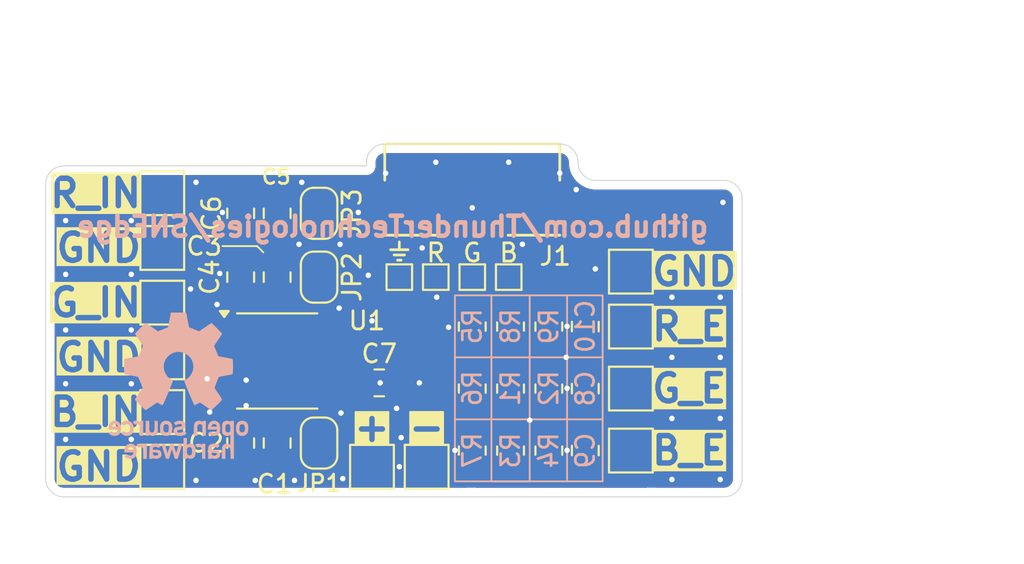
<source format=kicad_pcb>
(kicad_pcb (version 20240108) (generator "pcbnew") (generator_version "8.0")
  (layers (0 "F.Cu" signal) (31 "B.Cu" signal) (34 "B.Paste" user) (35 "F.Paste" user) (36 "B.SilkS" user "B.Silkscreen") (37 "F.SilkS" user "F.Silkscreen") (38 "B.Mask" user) (39 "F.Mask" user) (44 "Edge.Cuts" user))
  (net 0 "")
  (net 1 "VCC")
  (net 2 "GND")
  (net 3 "Net-(JP1-A)")
  (net 4 "Net-(U1-CH4_IN)")
  (net 5 "Net-(JP1-B)")
  (net 6 "Net-(U1-CH3_IN)")
  (net 7 "Net-(JP2-A)")
  (net 8 "Net-(JP2-B)")
  (net 9 "Net-(JP3-A)")
  (net 10 "Net-(U1-CH2_IN)")
  (net 11 "Net-(JP3-B)")
  (net 12 "Net-(C9-Pad1)")
  (net 13 "Net-(C9-Pad2)")
  (net 14 "Net-(C10-Pad2)")
  (net 15 "Net-(C10-Pad1)")
  (net 16 "Net-(J1-Pin_4)")
  (net 17 "Net-(J1-Pin_6)")
  (net 18 "Net-(J1-Pin_2)")
  (net 22 "Net-(C8-Pad1)")
  (net 23 "Net-(C8-Pad2)")
  (footprint "Jumper:SolderJumper-2_P1.3mm_Open_RoundedPad1.0x1.5mm" (layer "F.Cu") (at 131.8 97.7 -90)
    (property "Reference" "JP2" (at 0 -1.8 90) (layer "F.SilkS"))
    (property "Value" "SIDECAR")
    (pad "1" smd custom (at -0.65 0 270) (size 1 0.5) (layers "F.Cu" "F.Mask") (net 7 "Net-(JP2-A)") (options (clearance outline) (anchor rect)) (primitives (gr_circle (center 0 0.25) (end 0.5 0.25) (width 0) (fill yes)) (gr_circle (center 0 -0.25) (end 0.5 -0.25) (width 0) (fill yes)) (gr_poly (pts (xy 0.5 0.75) (xy 0 0.75) (xy 0 -0.75) (xy 0.5 -0.75)) (width 0) (fill yes))))
    (pad "2" smd custom (at 0.65 0 270) (size 1 0.5) (layers "F.Cu" "F.Mask") (net 8 "Net-(JP2-B)") (options (clearance outline) (anchor rect)) (primitives (gr_circle (center 0 0.25) (end 0.5 0.25) (width 0) (fill yes)) (gr_circle (center 0 -0.25) (end 0.5 -0.25) (width 0) (fill yes)) (gr_poly (pts (xy 0 0.75) (xy -0.5 0.75) (xy -0.5 -0.75) (xy 0 -0.75)) (width 0) (fill yes))))
  )
  (footprint "Capacitor_SMD:C_0805_2012Metric" (layer "F.Cu") (at 129.5 106.8 90)
    (property "Reference" "C1" (at -2.25 -0.15 0) (layer "F.SilkS"))
    (property "Value" "3pF")
    (pad "1" smd roundrect (at -0.95 0 90) (size 1 1.45) (layers "F.Cu" "F.Paste" "F.Mask") (net 3 "Net-(JP1-A)"))
    (pad "2" smd roundrect (at 0.95 0 90) (size 1 1.45) (layers "F.Cu" "F.Paste" "F.Mask") (net 4 "Net-(U1-CH4_IN)"))
  )
  (footprint "Capacitor_SMD:C_0805_2012Metric" (layer "F.Cu") (at 146.4 103.8125 90)
    (property "Reference" "C8" (at 0 0 -90) (layer "B.SilkS") (effects (justify mirror)))
    (property "Value" "100nF")
    (pad "1" smd roundrect (at -0.95 0 90) (size 1 1.45) (layers "F.Cu" "F.Paste" "F.Mask") (net 22 "Net-(C8-Pad1)"))
    (pad "2" smd roundrect (at 0.95 0 90) (size 1 1.45) (layers "F.Cu" "F.Paste" "F.Mask") (net 23 "Net-(C8-Pad2)"))
  )
  (footprint "TT_Connectors:CON_527460771_MOL" (layer "F.Cu") (at 140.200003 92.9 180)
    (property "Reference" "J1" (at -4.549997 -3.65 0) (layer "F.SilkS"))
    (property "Value" "RGB_OUT")
    (fp_poly (pts (xy 4.05 -2) (xy 5.15 -2) (xy 5.15 0.2) (xy 4.05 0.2)) (fill solid) (layer "F.Cu"))
    (fp_poly (pts (xy -4.05 -2) (xy -5.15 -2) (xy -5.15 0.2) (xy -4.05 0.2)) (fill solid) (layer "F.Cu"))
    (pad "1" smd rect (at -1.499997 -2.4 180) (size 0.3 0.8) (layers "F.Cu" "F.Paste" "F.Mask") (net 2 "GND"))
    (pad "2" smd rect (at -0.999998 -2.4 180) (size 0.3 0.8) (layers "F.Cu" "F.Paste" "F.Mask") (net 18 "Net-(J1-Pin_2)"))
    (pad "3" smd rect (at -0.499996 -2.4 180) (size 0.3 0.8) (layers "F.Cu" "F.Paste" "F.Mask") (net 2 "GND"))
    (pad "4" smd rect (at 0.000003 -2.4 180) (size 0.3 0.8) (layers "F.Cu" "F.Paste" "F.Mask") (net 16 "Net-(J1-Pin_4)"))
    (pad "5" smd rect (at 0.500004 -2.4 180) (size 0.3 0.8) (layers "F.Cu" "F.Paste" "F.Mask") (net 2 "GND"))
    (pad "6" smd rect (at 1.000003 -2.4 180) (size 0.3 0.8) (layers "F.Cu" "F.Paste" "F.Mask") (net 17 "Net-(J1-Pin_6)"))
    (pad "7" smd rect (at 1.500002 -2.4 180) (size 0.3 0.8) (layers "F.Cu" "F.Paste" "F.Mask") (net 2 "GND"))
    (pad "MP" smd rect (at -3.399997 -0.475 180) (size 1.3 3.049999) (layers "F.Cu" "F.Paste" "F.Mask") (net 2 "GND"))
    (pad "MP" smd rect (at 3.399997 -0.475 180) (size 1.3 3.049999) (layers "F.Cu" "F.Paste" "F.Mask") (net 2 "GND"))
  )
  (footprint "Resistor_SMD:R_0805_2012Metric" (layer "F.Cu") (at 142.3 107.2125 -90)
    (property "Reference" "R3" (at 0 0 -90) (layer "B.SilkS") (effects (justify mirror)))
    (property "Value" "1k")
    (pad "1" smd roundrect (at -0.9125 0 270) (size 1.025 1.4) (layers "F.Cu" "F.Paste" "F.Mask") (roundrect_rratio 0.243902) (net 5 "Net-(JP1-B)"))
    (pad "2" smd roundrect (at 0.9125 0 270) (size 1.025 1.4) (layers "F.Cu" "F.Paste" "F.Mask") (roundrect_rratio 0.243902) (net 12 "Net-(C9-Pad1)"))
  )
  (footprint "Capacitor_SMD:C_0805_2012Metric" (layer "F.Cu") (at 146.4 107.2125 90)
    (property "Reference" "C9" (at 0 0 -90) (layer "B.SilkS") (effects (justify mirror)))
    (property "Value" "100nF")
    (pad "1" smd roundrect (at -0.95 0 90) (size 1 1.45) (layers "F.Cu" "F.Paste" "F.Mask") (net 12 "Net-(C9-Pad1)"))
    (pad "2" smd roundrect (at 0.95 0 90) (size 1 1.45) (layers "F.Cu" "F.Paste" "F.Mask") (net 13 "Net-(C9-Pad2)"))
  )
  (footprint "TestPoint:TestPoint_Pad_1.0x1.0mm" (layer "F.Cu") (at 138.200003 97.7)
    (property "Reference" "TP9" (hide yes))
    (property "Value" "R_OUT")
    (pad "1" smd rect (at 0 0) (size 1 1) (layers "F.Cu" "F.Mask") (net 17 "Net-(J1-Pin_6)"))
  )
  (footprint "Capacitor_SMD:C_0805_2012Metric" (layer "F.Cu") (at 129.5 94.2 -90)
    (property "Reference" "C5" (at -2 0.05 180) (layer "F.SilkS") (effects (font (size 0.8 0.8))))
    (property "Value" "3pF")
    (pad "1" smd roundrect (at -0.95 0 270) (size 1 1.45) (layers "F.Cu" "F.Paste" "F.Mask") (net 9 "Net-(JP3-A)"))
    (pad "2" smd roundrect (at 0.95 0 270) (size 1 1.45) (layers "F.Cu" "F.Paste" "F.Mask") (net 10 "Net-(U1-CH2_IN)"))
  )
  (footprint "Resistor_SMD:R_0805_2012Metric" (layer "F.Cu") (at 144.4 100.4125 -90)
    (property "Reference" "R9" (at -0.0125 0 -90) (layer "B.SilkS") (effects (justify mirror)))
    (property "Value" "150R")
    (pad "1" smd roundrect (at -0.9125 0 270) (size 1.025 1.4) (layers "F.Cu" "F.Paste" "F.Mask") (roundrect_rratio 0.243902) (net 15 "Net-(C10-Pad1)"))
    (pad "2" smd roundrect (at 0.9125 0 270) (size 1.025 1.4) (layers "F.Cu" "F.Paste" "F.Mask") (roundrect_rratio 0.243902) (net 2 "GND"))
  )
  (footprint "TestPoint:TestPoint_Pad_2.0x2.0mm" (layer "F.Cu") (at 123.2 105.1)
    (property "Reference" "TP7" (hide yes))
    (property "Value" "B_IN")
    (pad "1" smd rect (at 0 0) (size 2 2) (layers "F.Cu" "F.Mask") (net 4 "Net-(U1-CH4_IN)"))
  )
  (footprint "Capacitor_SMD:C_0805_2012Metric" (layer "F.Cu") (at 127.5 106.8 90)
    (property "Reference" "C2" (at 0 -1.9 180) (layer "F.SilkS"))
    (property "Value" "24pF")
    (pad "1" smd roundrect (at -0.95 0 90) (size 1 1.45) (layers "F.Cu" "F.Paste" "F.Mask") (net 5 "Net-(JP1-B)"))
    (pad "2" smd roundrect (at 0.95 0 90) (size 1 1.45) (layers "F.Cu" "F.Paste" "F.Mask") (net 4 "Net-(U1-CH4_IN)"))
  )
  (footprint "Resistor_SMD:R_0805_2012Metric" (layer "F.Cu") (at 140.2 100.4125 -90)
    (property "Reference" "R5" (at -0.0125 0 90) (layer "B.SilkS") (effects (justify mirror)))
    (property "Value" "510R")
    (pad "1" smd roundrect (at -0.9125 0 270) (size 1.025 1.4) (layers "F.Cu" "F.Paste" "F.Mask") (roundrect_rratio 0.243902) (net 17 "Net-(J1-Pin_6)"))
    (pad "2" smd roundrect (at 0.9125 0 270) (size 1.025 1.4) (layers "F.Cu" "F.Paste" "F.Mask") (roundrect_rratio 0.243902) (net 11 "Net-(JP3-B)"))
  )
  (footprint "TestPoint:TestPoint_Pad_2.0x2.0mm" (layer "F.Cu") (at 134.7 108.1)
    (property "Reference" "TP1" (hide yes))
    (property "Value" "VCC")
    (pad "1" smd rect (at 0 0) (size 2 2) (layers "F.Cu" "F.Mask") (net 1 "VCC"))
  )
  (footprint "TestPoint:TestPoint_Pad_1.0x1.0mm" (layer "F.Cu") (at 140.200003 97.7)
    (property "Reference" "TP10" (hide yes))
    (property "Value" "G_OUT")
    (pad "1" smd rect (at 0 0) (size 1 1) (layers "F.Cu" "F.Mask") (net 16 "Net-(J1-Pin_4)"))
  )
  (footprint "TestPoint:TestPoint_Pad_2.0x2.0mm" (layer "F.Cu") (at 137.7 108.1)
    (property "Reference" "TP2" (hide yes))
    (property "Value" "GND")
    (pad "1" smd rect (at 0 0) (size 2 2) (layers "F.Cu" "F.Mask") (net 2 "GND"))
  )
  (footprint "Capacitor_SMD:C_0805_2012Metric" (layer "F.Cu") (at 135.1 103.5 180)
    (property "Reference" "C7" (at 0 1.6 0) (layer "F.SilkS"))
    (property "Value" "100nF")
    (pad "1" smd roundrect (at -0.95 0 180) (size 1 1.45) (layers "F.Cu" "F.Paste" "F.Mask") (net 2 "GND"))
    (pad "2" smd roundrect (at 0.95 0 180) (size 1 1.45) (layers "F.Cu" "F.Paste" "F.Mask") (net 1 "VCC"))
  )
  (footprint "Resistor_SMD:R_0805_2012Metric" (layer "F.Cu") (at 142.3 103.8125 -90)
    (property "Reference" "R1" (at -0.0125 0 -90) (layer "B.SilkS") (effects (justify mirror)))
    (property "Value" "1k")
    (pad "1" smd roundrect (at -0.9125 0 270) (size 1.025 1.4) (layers "F.Cu" "F.Paste" "F.Mask") (roundrect_rratio 0.243902) (net 8 "Net-(JP2-B)"))
    (pad "2" smd roundrect (at 0.9125 0 270) (size 1.025 1.4) (layers "F.Cu" "F.Paste" "F.Mask") (roundrect_rratio 0.243902) (net 22 "Net-(C8-Pad1)"))
  )
  (footprint "Capacitor_SMD:C_0805_2012Metric" (layer "F.Cu") (at 127.5 97.7 -90)
    (property "Reference" "C4" (at 0 1.7 90) (layer "F.SilkS"))
    (property "Value" "24pF")
    (pad "1" smd roundrect (at -0.95 0 270) (size 1 1.45) (layers "F.Cu" "F.Paste" "F.Mask") (net 8 "Net-(JP2-B)"))
    (pad "2" smd roundrect (at 0.95 0 270) (size 1 1.45) (layers "F.Cu" "F.Paste" "F.Mask") (net 6 "Net-(U1-CH3_IN)"))
  )
  (footprint "Resistor_SMD:R_0805_2012Metric" (layer "F.Cu") (at 144.4 107.2125 90)
    (property "Reference" "R4" (at 0.0125 0 -90) (layer "B.SilkS") (effects (justify mirror)))
    (property "Value" "150R")
    (pad "1" smd roundrect (at -0.9125 0 90) (size 1.025 1.4) (layers "F.Cu" "F.Paste" "F.Mask") (roundrect_rratio 0.243902) (net 12 "Net-(C9-Pad1)"))
    (pad "2" smd roundrect (at 0.9125 0 90) (size 1.025 1.4) (layers "F.Cu" "F.Paste" "F.Mask") (roundrect_rratio 0.243902) (net 2 "GND"))
  )
  (footprint "Resistor_SMD:R_0805_2012Metric" (layer "F.Cu") (at 142.3 100.4125 90)
    (property "Reference" "R8" (at 0.0125 0 90) (layer "B.SilkS") (effects (justify mirror)))
    (property "Value" "1k")
    (pad "1" smd roundrect (at -0.9125 0 90) (size 1.025 1.4) (layers "F.Cu" "F.Paste" "F.Mask") (roundrect_rratio 0.243902) (net 11 "Net-(JP3-B)"))
    (pad "2" smd roundrect (at 0.9125 0 90) (size 1.025 1.4) (layers "F.Cu" "F.Paste" "F.Mask") (roundrect_rratio 0.243902) (net 15 "Net-(C10-Pad1)"))
  )
  (footprint "Capacitor_SMD:C_0805_2012Metric" (layer "F.Cu") (at 146.4 100.4125 -90)
    (property "Reference" "C10" (at -0.0125 0 -90) (layer "B.SilkS") (effects (justify mirror)))
    (property "Value" "100nF")
    (pad "1" smd roundrect (at -0.95 0 270) (size 1 1.45) (layers "F.Cu" "F.Paste" "F.Mask") (net 15 "Net-(C10-Pad1)"))
    (pad "2" smd roundrect (at 0.95 0 270) (size 1 1.45) (layers "F.Cu" "F.Paste" "F.Mask") (net 14 "Net-(C10-Pad2)"))
  )
  (footprint "TestPoint:TestPoint_Pad_1.0x1.0mm" (layer "F.Cu") (at 142.200003 97.7)
    (property "Reference" "TP11" (hide yes))
    (property "Value" "B_OUT")
    (pad "1" smd rect (at 0 0) (size 1 1) (layers "F.Cu" "F.Mask") (net 18 "Net-(J1-Pin_2)"))
  )
  (footprint "TestPoint:TestPoint_Pad_1.0x1.0mm" (layer "F.Cu") (at 136.2 97.7)
    (property "Reference" "TP16" (hide yes))
    (property "Value" "GND")
    (pad "1" smd rect (at 0 0) (size 1 1) (layers "F.Cu" "F.Mask") (net 2 "GND"))
  )
  (footprint "TestPoint:TestPoint_Pad_2.0x2.0mm" (layer "F.Cu") (at 123.2 99.1)
    (property "Reference" "TP6" (hide yes))
    (property "Value" "G_IN")
    (pad "1" smd rect (at 0 0) (size 2 2) (layers "F.Cu" "F.Mask") (net 6 "Net-(U1-CH3_IN)"))
  )
  (footprint "Jumper:SolderJumper-2_P1.3mm_Open_RoundedPad1.0x1.5mm" (layer "F.Cu") (at 131.8 106.8 90)
    (property "Reference" "JP1" (at -2.2 0 180) (layer "F.SilkS") (effects (font (size 0.9 0.9))))
    (property "Value" "SIDECAR")
    (pad "1" smd custom (at -0.65 0 90) (size 1 0.5) (layers "F.Cu" "F.Mask") (net 3 "Net-(JP1-A)") (options (clearance outline) (anchor rect)) (primitives (gr_circle (center 0 0.25) (end 0.5 0.25) (width 0) (fill yes)) (gr_circle (center 0 -0.25) (end 0.5 -0.25) (width 0) (fill yes)) (gr_poly (pts (xy 0.5 0.75) (xy 0 0.75) (xy 0 -0.75) (xy 0.5 -0.75)) (width 0) (fill yes))))
    (pad "2" smd custom (at 0.65 0 90) (size 1 0.5) (layers "F.Cu" "F.Mask") (net 5 "Net-(JP1-B)") (options (clearance outline) (anchor rect)) (primitives (gr_circle (center 0 0.25) (end 0.5 0.25) (width 0) (fill yes)) (gr_circle (center 0 -0.25) (end 0.5 -0.25) (width 0) (fill yes)) (gr_poly (pts (xy 0 0.75) (xy -0.5 0.75) (xy -0.5 -0.75) (xy 0 -0.75)) (width 0) (fill yes))))
  )
  (footprint "Resistor_SMD:R_0805_2012Metric" (layer "F.Cu") (at 144.4 103.8125 90)
    (property "Reference" "R2" (at 0.0125 0 -90) (layer "B.SilkS") (effects (justify mirror)))
    (property "Value" "150R")
    (pad "1" smd roundrect (at -0.9125 0 90) (size 1.025 1.4) (layers "F.Cu" "F.Paste" "F.Mask") (roundrect_rratio 0.243902) (net 22 "Net-(C8-Pad1)"))
    (pad "2" smd roundrect (at 0.9125 0 90) (size 1.025 1.4) (layers "F.Cu" "F.Paste" "F.Mask") (roundrect_rratio 0.243902) (net 2 "GND"))
  )
  (footprint "Capacitor_SMD:C_0805_2012Metric" (layer "F.Cu") (at 127.5 94.2 -90)
    (property "Reference" "C6" (at 0 1.6 90) (layer "F.SilkS"))
    (property "Value" "24pF")
    (pad "1" smd roundrect (at -0.95 0 270) (size 1 1.45) (layers "F.Cu" "F.Paste" "F.Mask") (net 11 "Net-(JP3-B)"))
    (pad "2" smd roundrect (at 0.95 0 270) (size 1 1.45) (layers "F.Cu" "F.Paste" "F.Mask") (net 10 "Net-(U1-CH2_IN)"))
  )
  (footprint "TestPoint:TestPoint_Pad_2.0x2.0mm" (layer "F.Cu") (at 123.2 108.1)
    (property "Reference" "TP8" (hide yes))
    (property "Value" "GND")
    (pad "1" smd rect (at 0 0) (size 2 2) (layers "F.Cu" "F.Mask") (net 2 "GND"))
  )
  (footprint "TestPoint:TestPoint_Pad_2.0x2.0mm" (layer "F.Cu") (at 148.9 100.4125)
    (property "Reference" "TP14" (hide yes))
    (property "Value" "R_ENC")
    (pad "1" smd rect (at 0 0) (size 2 2) (layers "F.Cu" "F.Mask") (net 14 "Net-(C10-Pad2)"))
  )
  (footprint "TestPoint:TestPoint_Pad_2.0x2.0mm" (layer "F.Cu") (at 148.9 97.4)
    (property "Reference" "TP15" (hide yes))
    (property "Value" "GND")
    (pad "1" smd rect (at 0 0) (size 2 2) (layers "F.Cu" "F.Mask") (net 2 "GND"))
  )
  (footprint "TestPoint:TestPoint_Pad_2.0x2.0mm" (layer "F.Cu") (at 148.9 103.8125)
    (property "Reference" "TP12" (hide yes))
    (property "Value" "G_ENC")
    (pad "1" smd rect (at 0 0) (size 2 2) (layers "F.Cu" "F.Mask") (net 23 "Net-(C8-Pad2)"))
  )
  (footprint "Jumper:SolderJumper-2_P1.3mm_Open_RoundedPad1.0x1.5mm" (layer "F.Cu") (at 131.8 94.2 -90)
    (property "Reference" "JP3" (at 0 -1.8 90) (layer "F.SilkS"))
    (property "Value" "SIDECAR")
    (pad "1" smd custom (at -0.65 0 270) (size 1 0.5) (layers "F.Cu" "F.Mask") (net 9 "Net-(JP3-A)") (options (clearance outline) (anchor rect)) (primitives (gr_circle (center 0 0.25) (end 0.5 0.25) (width 0) (fill yes)) (gr_circle (center 0 -0.25) (end 0.5 -0.25) (width 0) (fill yes)) (gr_poly (pts (xy 0.5 0.75) (xy 0 0.75) (xy 0 -0.75) (xy 0.5 -0.75)) (width 0) (fill yes))))
    (pad "2" smd custom (at 0.65 0 270) (size 1 0.5) (layers "F.Cu" "F.Mask") (net 11 "Net-(JP3-B)") (options (clearance outline) (anchor rect)) (primitives (gr_circle (center 0 0.25) (end 0.5 0.25) (width 0) (fill yes)) (gr_circle (center 0 -0.25) (end 0.5 -0.25) (width 0) (fill yes)) (gr_poly (pts (xy 0 0.75) (xy -0.5 0.75) (xy -0.5 -0.75) (xy 0 -0.75)) (width 0) (fill yes))))
  )
  (footprint "Resistor_SMD:R_0805_2012Metric" (layer "F.Cu") (at 140.2 107.2125 90)
    (property "Reference" "R7" (at 0.0125 0 -90) (layer "B.SilkS") (effects (justify mirror)))
    (property "Value" "510R")
    (pad "1" smd roundrect (at -0.9125 0 90) (size 1.025 1.4) (layers "F.Cu" "F.Paste" "F.Mask") (roundrect_rratio 0.243902) (net 18 "Net-(J1-Pin_2)"))
    (pad "2" smd roundrect (at 0.9125 0 90) (size 1.025 1.4) (layers "F.Cu" "F.Paste" "F.Mask") (roundrect_rratio 0.243902) (net 5 "Net-(JP1-B)"))
  )
  (footprint "Resistor_SMD:R_0805_2012Metric" (layer "F.Cu") (at 140.2 103.8125 90)
    (property "Reference" "R6" (at 0.0125 0 90) (layer "B.SilkS") (effects (justify mirror)))
    (property "Value" "510R")
    (pad "1" smd roundrect (at -0.9125 0 90) (size 1.025 1.4) (layers "F.Cu" "F.Paste" "F.Mask") (roundrect_rratio 0.243902) (net 16 "Net-(J1-Pin_4)"))
    (pad "2" smd roundrect (at 0.9125 0 90) (size 1.025 1.4) (layers "F.Cu" "F.Paste" "F.Mask") (roundrect_rratio 0.243902) (net 8 "Net-(JP2-B)"))
  )
  (footprint "Package_SO:TSSOP-14_4.4x5mm_P0.65mm" (layer "F.Cu") (at 129.5 102.3)
    (property "Reference" "U1" (at 4.918753 -2.208868 0) (layer "F.SilkS"))
    (property "Value" "THS7376")
    (pad "1" smd roundrect (at -2.8625 -1.95) (size 1.475 0.4) (layers "F.Cu" "F.Paste" "F.Mask") (net 2 "GND"))
    (pad "2" smd roundrect (at -2.8625 -1.3) (size 1.475 0.4) (layers "F.Cu" "F.Paste" "F.Mask") (net 10 "Net-(U1-CH2_IN)"))
    (pad "3" smd roundrect (at -2.8625 -0.65) (size 1.475 0.4) (layers "F.Cu" "F.Paste" "F.Mask") (net 6 "Net-(U1-CH3_IN)"))
    (pad "4" smd roundrect (at -2.8625 0) (size 1.475 0.4) (layers "F.Cu" "F.Paste" "F.Mask") (net 4 "Net-(U1-CH4_IN)"))
    (pad "5" smd roundrect (at -2.8625 0.65) (size 1.475 0.4) (layers "F.Cu" "F.Paste" "F.Mask") (net 2 "GND"))
    (pad "6" smd roundrect (at -2.8625 1.3) (size 1.475 0.4) (layers "F.Cu" "F.Paste" "F.Mask") (net 2 "GND"))
    (pad "7" smd roundrect (at -2.8625 1.95) (size 1.475 0.4) (layers "F.Cu" "F.Paste" "F.Mask"))
    (pad "8" smd roundrect (at 2.8625 1.95) (size 1.475 0.4) (layers "F.Cu" "F.Paste" "F.Mask"))
    (pad "9" smd roundrect (at 2.8625 1.3) (size 1.475 0.4) (layers "F.Cu" "F.Paste" "F.Mask") (net 1 "VCC"))
    (pad "10" smd roundrect (at 2.8625 0.65) (size 1.475 0.4) (layers "F.Cu" "F.Paste" "F.Mask") (net 1 "VCC"))
    (pad "11" smd roundrect (at 2.8625 0) (size 1.475 0.4) (layers "F.Cu" "F.Paste" "F.Mask") (net 5 "Net-(JP1-B)"))
    (pad "12" smd roundrect (at 2.8625 -0.65) (size 1.475 0.4) (layers "F.Cu" "F.Paste" "F.Mask") (net 8 "Net-(JP2-B)"))
    (pad "13" smd roundrect (at 2.8625 -1.3) (size 1.475 0.4) (layers "F.Cu" "F.Paste" "F.Mask") (net 11 "Net-(JP3-B)"))
    (pad "14" smd roundrect (at 2.8625 -1.95) (size 1.475 0.4) (layers "F.Cu" "F.Paste" "F.Mask"))
  )
  (footprint "TestPoint:TestPoint_Pad_2.0x2.0mm" (layer "F.Cu") (at 148.9 107.2125)
    (property "Reference" "TP13" (hide yes))
    (property "Value" "B_ENC")
    (pad "1" smd rect (at 0 0) (size 2 2) (layers "F.Cu" "F.Mask") (net 13 "Net-(C9-Pad2)"))
  )
  (footprint "TestPoint:TestPoint_Pad_2.0x2.0mm" (layer "F.Cu") (at 123.2 102.1)
    (property "Reference" "TP3" (hide yes))
    (property "Value" "GND")
    (pad "1" smd rect (at 0 0) (size 2 2) (layers "F.Cu" "F.Mask") (net 2 "GND"))
  )
  (footprint "TestPoint:TestPoint_Pad_2.0x2.0mm" (layer "F.Cu") (at 123.2 93.1)
    (property "Reference" "TP5" (hide yes))
    (property "Value" "R_IN")
    (pad "1" smd rect (at 0 0) (size 2 2) (layers "F.Cu" "F.Mask") (net 10 "Net-(U1-CH2_IN)"))
  )
  (footprint "Capacitor_SMD:C_0805_2012Metric" (layer "F.Cu") (at 129.5 97.7 -90)
    (property "Reference" "C3" (at -1.7 4 180) (layer "F.SilkS"))
    (property "Value" "3pF")
    (pad "1" smd roundrect (at -0.95 0 270) (size 1 1.45) (layers "F.Cu" "F.Paste" "F.Mask") (net 7 "Net-(JP2-A)"))
    (pad "2" smd roundrect (at 0.95 0 270) (size 1 1.45) (layers "F.Cu" "F.Paste" "F.Mask") (net 6 "Net-(U1-CH3_IN)"))
  )
  (footprint "TestPoint:TestPoint_Pad_2.0x2.0mm" (layer "F.Cu") (at 123.2 96.1)
    (property "Reference" "TP4" (hide yes))
    (property "Value" "GND")
    (pad "1" smd rect (at 0 0) (size 2 2) (layers "F.Cu" "F.Mask") (net 2 "GND"))
  )
  (footprint "Symbol:OSHW-Logo_7.5x8mm_SilkScreen" (layer "B.Cu") (at 124.1 103.65 180)
    (property "Reference" "REF**" (hide yes))
    (property "Value" "OSHW-Logo_7.5x8mm_SilkScreen" (hide yes))
  )
  (gr_line (start 147.35 102.1) (end 139.25 102.1) (stroke (width 0.1)) (layer "B.SilkS"))
  (gr_line (start 147.35 105.5) (end 139.25 105.5) (stroke (width 0.1)) (layer "B.SilkS"))
  (gr_rect (start 139.25 98.7) (end 147.35 108.9) (stroke (width 0.1)) (fill none) (layer "B.SilkS"))
  (gr_line (start 145.4 108.9) (end 145.4 98.7) (stroke (width 0.1)) (layer "B.SilkS"))
  (gr_line (start 141.25 108.9) (end 143.35 108.9) (stroke (width 0.1)) (layer "B.SilkS"))
  (gr_line (start 141.25 98.7) (end 141.25 108.9) (stroke (width 0.1)) (layer "B.SilkS"))
  (gr_line (start 143.35 108.9) (end 143.35 98.7) (stroke (width 0.1)) (layer "B.SilkS"))
  (gr_rect (start 136.8 105.1) (end 138.6 105.7) (stroke (width 0.1)) (fill solid) (layer "F.SilkS"))
  (gr_line (start 128.4 96) (end 128.740332 96.340332) (stroke (width 0.1)) (layer "F.SilkS"))
  (gr_rect (start 133.8 105.1) (end 135.6 106.9) (stroke (width 0.1)) (fill none) (layer "F.SilkS"))
  (gr_rect (start 136.8 106.3) (end 138.6 106.9) (stroke (width 0.1)) (fill solid) (layer "F.SilkS"))
  (gr_rect (start 136.8 105.1) (end 138.6 106.9) (stroke (width 0.1)) (fill none) (layer "F.SilkS"))
  (gr_line (start 126.5 96) (end 128.4 96) (stroke (width 0.1)) (layer "F.SilkS"))
  (gr_arc (start 147 92.4) (mid 146.292893 92.107107) (end 146 91.4) (stroke (width 0.05)) (layer "Edge.Cuts"))
  (gr_arc (start 134.4 91.4) (mid 134.692893 90.692893) (end 135.4 90.4) (stroke (width 0.05)) (layer "Edge.Cuts"))
  (gr_arc (start 117.8 109.75) (mid 117.092893 109.457107) (end 116.8 108.75) (stroke (width 0.05)) (layer "Edge.Cuts"))
  (gr_line (start 145 90.4) (end 135.4 90.4) (stroke (width 0.05)) (layer "Edge.Cuts"))
  (gr_line (start 117.8 109.75) (end 154 109.75) (stroke (width 0.05)) (layer "Edge.Cuts"))
  (gr_line (start 116.8 92.6) (end 116.8 108.75) (stroke (width 0.05)) (layer "Edge.Cuts"))
  (gr_line (start 134.4 91.6) (end 134.4 91.4) (stroke (width 0.05)) (layer "Edge.Cuts"))
  (gr_arc (start 116.8 92.6) (mid 117.092893 91.892893) (end 117.8 91.6) (stroke (width 0.05)) (layer "Edge.Cuts"))
  (gr_line (start 155 108.75) (end 155 93.4) (stroke (width 0.05)) (layer "Edge.Cuts"))
  (gr_line (start 117.8 91.6) (end 134.4 91.6) (stroke (width 0.05)) (layer "Edge.Cuts"))
  (gr_line (start 154 92.4) (end 147 92.4) (stroke (width 0.05)) (layer "Edge.Cuts"))
  (gr_arc (start 154 92.4) (mid 154.707107 92.692893) (end 155 93.4) (stroke (width 0.05)) (layer "Edge.Cuts"))
  (gr_arc (start 155 108.75) (mid 154.707107 109.457107) (end 154 109.75) (stroke (width 0.05)) (layer "Edge.Cuts"))
  (gr_arc (start 145 90.4) (mid 145.707107 90.692893) (end 146 91.4) (stroke (width 0.05)) (layer "Edge.Cuts"))
  (gr_text "github.com/ThunderTechnologies/SNEdge" (at 153.276483 95.576187 0) (layer "B.SilkS") (effects (font (size 1.1 1.1) (thickness 0.25) (bold yes)) (justify left bottom mirror)))
  (gr_text "GND" (at 122.2 96.1 0) (layer "F.SilkS" knockout) (effects (font (size 1.5 1.5) (thickness 0.3) (bold yes)) (justify right)))
  (gr_text "-" (at 137.7 106.8 0) (layer "F.SilkS" knockout) (effects (font (size 1.5 1.5) (thickness 0.3) (bold yes)) (justify bottom)))
  (gr_text "B_IN" (at 122.2 105.1 0) (layer "F.SilkS" knockout) (effects (font (size 1.5 1.5) (thickness 0.3) (bold yes)) (justify right)))
  (gr_text "GND" (at 122.2 108.1 0) (layer "F.SilkS" knockout) (effects (font (size 1.5 1.5) (thickness 0.3) (bold yes)) (justify right)))
  (gr_text "G_E" (at 149.9 103.8125 0) (layer "F.SilkS" knockout) (effects (font (size 1.5 1.5) (thickness 0.3) (bold yes)) (justify left)))
  (gr_text "R_E" (at 149.9 100.4125 0) (layer "F.SilkS" knockout) (effects (font (size 1.5 1.5) (thickness 0.3) (bold yes)) (justify left)))
  (gr_text "R_IN" (at 122.2 93.1 0) (layer "F.SilkS" knockout) (effects (font (size 1.5 1.5) (thickness 0.3) (bold yes)) (justify right)))
  (gr_text "B" (at 142.200003 96.95 0) (layer "F.SilkS") (effects (font (size 1 1)) (justify bottom)))
  (gr_text "⏚" (at 136.2 96.9 0) (layer "F.SilkS") (effects (font (size 1 1)) (justify bottom)))
  (gr_text "G_IN" (at 122.2 99.1 0) (layer "F.SilkS" knockout) (effects (font (size 1.5 1.5) (thickness 0.3) (bold yes)) (justify right)))
  (gr_text "B_E" (at 149.9 107.2125 0) (layer "F.SilkS" knockout) (effects (font (size 1.5 1.5) (thickness 0.3) (bold yes)) (justify left)))
  (gr_text "GND" (at 149.9 97.4 0) (layer "F.SilkS" knockout) (effects (font (size 1.5 1.5) (thickness 0.3) (bold yes)) (justify left)))
  (gr_text "R" (at 138.200003 96.95 0) (layer "F.SilkS") (effects (font (size 1 1)) (justify bottom)))
  (gr_text "+" (at 134.7 106.8 0) (layer "F.SilkS" knockout) (effects (font (size 1.5 1.5) (thickness 0.3) (bold yes)) (justify bottom)))
  (gr_text "G" (at 140.200003 96.95 0) (layer "F.SilkS") (effects (font (size 1 1)) (justify bottom)))
  (gr_text "GND" (at 122.2 102.1 0) (layer "F.SilkS" knockout) (effects (font (size 1.5 1.5) (thickness 0.3) (bold yes)) (justify right)))
  (segment (start 144.4 106.3) (end 144.5 106.3) (width 0.3) (layer "F.Cu") (net 2))
  (via (at 124.75 98.35) (size 0.6) (drill 0.3) (layers "F.Cu" "B.Cu") (net 2))
  (via (at 117.9 100.6) (size 0.6) (drill 0.3) (layers "F.Cu" "B.Cu") (net 2))
  (via (at 133.95 94.15) (size 0.6) (drill 0.3) (layers "F.Cu" "B.Cu") (net 2))
  (via (at 138.2 91.4) (size 0.6) (drill 0.3) (layers "F.Cu" "B.Cu") (net 2))
  (via (at 132.95 95.9) (size 0.6) (drill 0.3) (layers "F.Cu" "B.Cu") (net 2))
  (via (at 126.5 94.15) (size 0.6) (drill 0.3) (layers "F.Cu" "B.Cu") (net 2))
  (via (at 145.4 100.4) (size 0.6) (drill 0.3) (layers "F.Cu" "B.Cu") (net 2))
  (via (at 153.8 102.1) (size 0.6) (drill 0.3) (layers "F.Cu" "B.Cu") (net 2))
  (via (at 137.45 96.1) (size 0.6) (drill 0.3) (layers "F.Cu" "B.Cu") (net 2))
  (via (at 136.2 108.1) (size 0.6) (drill 0.3) (layers "F.Cu" "B.Cu") (net 2))
  (via (at 151.15 105.45) (size 0.6) (drill 0.3) (layers "F.Cu" "B.Cu") (net 2))
  (via (at 138.9 100.45) (size 0.6) (drill 0.3) (layers "F.Cu" "B.Cu") (net 2))
  (via (at 128.3 108.85) (size 0.6) (drill 0.3) (layers "F.Cu" "B.Cu") (net 2))
  (via (at 127.8 103.35) (size 0.6) (drill 0.3) (layers "F.Cu" "B.Cu") (net 2))
  (via (at 117.9 103.55) (size 0.6) (drill 0.3) (layers "F.Cu" "B.Cu") (net 2))
  (via (at 125.8 105.1) (size 0.6) (drill 0.3) (layers "F.Cu" "B.Cu") (net 2))
  (via (at 126.2 99.2) (size 0.6) (drill 0.3) (layers "F.Cu" "B.Cu") (net 2))
  (via (at 136.3 106.5) (size 0.6) (drill 0.3) (layers "F.Cu" "B.Cu") (net 2))
  (via (at 145.4 107.2) (size 0.6) (drill 0.3) (layers "F.Cu" "B.Cu") (net 2))
  (via (at 153.8 108.8) (size 0.6) (drill 0.3) (layers "F.Cu" "B.Cu") (net 2))
  (via (at 142.95 95.9) (size 0.6) (drill 0.3) (layers "F.Cu" "B.Cu") (net 2))
  (via (at 117.9 106.6) (size 0.6) (drill 0.3) (layers "F.Cu" "B.Cu") (net 2))
  (via (at 135.15 103.5) (size 0.6) (drill 0.3) (layers "F.Cu" "B.Cu") (net 2))
  (via (at 139.25 107.2) (size 0.6) (drill 0.3) (layers "F.Cu" "B.Cu") (net 2))
  (via (at 117.9 97.55) (size 0.6) (drill 0.3) (layers "F.Cu" "B.Cu") (net 2))
  (via (at 130.45 108.85) (size 0.6) (drill 0.3) (layers "F.Cu" "B.Cu") (net 2))
  (via (at 143.35 105.55) (size 0.6) (drill 0.3) (layers "F.Cu" "B.Cu") (net 2))
  (via (at 134.5 97.6) (size 0.6) (drill 0.3) (layers "F.Cu" "B.Cu") (net 2))
  (via (at 132.9 99.4) (size 0.6) (drill 0.3) (layers "F.Cu" "B.Cu") (net 2))
  (via (at 133.1 108.75) (size 0.6) (drill 0.3) (layers "F.Cu" "B.Cu") (net 2))
  (via (at 140.2 93.9) (size 0.6) (drill 0.3) (layers "F.Cu" "B.Cu") (net 2))
  (via (at 133 105.15) (size 0.6) (drill 0.3) (layers "F.Cu" "B.Cu") (net 2))
  (via (at 125.05 92.5) (size 0.6) (drill 0.3) (layers "F.Cu" "B.Cu") (net 2))
  (via (at 135.45 92) (size 0.6) (drill 0.3) (layers "F.Cu" "B.Cu") (net 2))
  (via (at 145.35 102.1) (size 0.6) (drill 0.3) (layers "F.Cu" "B.Cu") (net 2))
  (via (at 138.25 98.8) (size 0.6) (drill 0.3) (layers "F.Cu" "B.Cu") (net 2))
  (via (at 145.4 103.8) (size 0.6) (drill 0.3) (layers "F.Cu" "B.Cu") (net 2))
  (via (at 126.35 97.5) (size 0.6) (drill 0.3) (layers "F.Cu" "B.Cu") (net 2))
  (via (at 136.05 104.9) (size 0.6) (drill 0.3) (layers "F.Cu" "B.Cu") (net 2))
  (via (at 125.656215 103.278317) (size 0.6) (drill 0.3) (layers "F.Cu" "B.Cu") (net 2))
  (via (at 137.3 103.5) (size 0.6) (drill 0.3) (layers "F.Cu" "B.Cu") (net 2))
  (via (at 142.2 91.4) (size 0.6) (drill 0.3) (layers "F.Cu" "B.Cu") (net 2))
  (via (at 121.5 97.55) (size 0.6) (drill 0.3) (layers "F.Cu" "B.Cu") (net 2))
  (via (at 121.5 94.6) (size 0.6) (drill 0.3) (layers "F.Cu" "B.Cu") (net 2))
  (via (at 153.8 105.45) (size 0.6) (drill 0.3) (layers "F.Cu" "B.Cu") (net 2))
  (via (at 117.9 94.6) (size 0.6) (drill 0.3) (layers "F.Cu" "B.Cu") (net 2))
  (via (at 134.7 100.1) (size 0.6) (drill 0.3) (layers "F.Cu" "B.Cu") (net 2))
  (via (at 153.8 98.8) (size 0.6) (drill 0.3) (layers "F.Cu" "B.Cu") (net 2))
  (via (at 145.9 92.9) (size 0.6) (drill 0.3) (layers "F.Cu" "B.Cu") (net 2))
  (via (at 125.05 108.85) (size 0.6) (drill 0.3) (layers "F.Cu" "B.Cu") (net 2))
  (via (at 146.95 97.25) (size 0.6) (drill 0.3) (layers "F.Cu" "B.Cu") (net 2))
  (via (at 121.5 106.6) (size 0.6) (drill 0.3) (layers "F.Cu" "B.Cu") (net 2))
  (via (at 151.15 98.8) (size 0.6) (drill 0.3) (layers "F.Cu" "B.Cu") (net 2))
  (via (at 153.95 93.6) (size 0.6) (drill 0.3) (layers "F.Cu" "B.Cu") (net 2))
  (via (at 130.7 95.9) (size 0.6) (drill 0.3) (layers "F.Cu" "B.Cu") (net 2))
  (via (at 127.8 104.75) (size 0.6) (drill 0.3) (layers "F.Cu" "B.Cu") (net 2))
  (via (at 130.85 92.5) (size 0.6) (drill 0.3) (layers "F.Cu" "B.Cu") (net 2))
  (via (at 151.15 108.8) (size 0.6) (drill 0.3) (layers "F.Cu" "B.Cu") (net 2))
  (via (at 121.5 100.6) (size 0.6) (drill 0.3) (layers "F.Cu" "B.Cu") (net 2))
  (via (at 151.15 102.1) (size 0.6) (drill 0.3) (layers "F.Cu" "B.Cu") (net 2))
  (via (at 121.5 103.55) (size 0.6) (drill 0.3) (layers "F.Cu" "B.Cu") (net 2))
  (via (at 145 92) (size 0.6) (drill 0.3) (layers "F.Cu" "B.Cu") (net 2))
  (segment (start 130.75 107.45) (end 131.8 107.45) (width 0.3) (layer "F.Cu") (net 3))
  (segment (start 130.45 107.75) (end 130.75 107.45) (width 0.3) (layer "F.Cu") (net 3))
  (segment (start 129.5 107.75) (end 130.45 107.75) (width 0.3) (layer "F.Cu") (net 3))
  (segment (start 124.5 105.1) (end 125 104.6) (width 0.3) (layer "F.Cu") (net 4))
  (segment (start 125 104.6) (end 125 102.7) (width 0.3) (layer "F.Cu") (net 4))
  (segment (start 128.5 105.85) (end 129.5 105.85) (width 0.3) (layer "F.Cu") (net 4))
  (segment (start 125.4 102.3) (end 126.6375 102.3) (width 0.3) (layer "F.Cu") (net 4))
  (segment (start 128.5 102.7) (end 128.1 102.3) (width 0.3) (layer "F.Cu") (net 4))
  (segment (start 128.1 102.3) (end 126.6375 102.3) (width 0.3) (layer "F.Cu") (net 4))
  (segment (start 125 102.7) (end 125.4 102.3) (width 0.3) (layer "F.Cu") (net 4))
  (segment (start 127.5 105.85) (end 128.5 105.85) (width 0.3) (layer "F.Cu") (net 4))
  (segment (start 128.5 105.85) (end 128.5 102.7) (width 0.3) (layer "F.Cu") (net 4))
  (segment (start 123.2 105.1) (end 124.5 105.1) (width 0.3) (layer "F.Cu") (net 4))
  (segment (start 138.2 105.725) (end 138.2 103.425) (width 0.3) (layer "F.Cu") (net 5))
  (segment (start 132.3625 102.3) (end 131.3 102.3) (width 0.3) (layer "F.Cu") (net 5))
  (segment (start 131.1 102.5) (end 131.1 104.6) (width 0.3) (layer "F.Cu") (net 5))
  (segment (start 140.2 106.3) (end 142.3 106.3) (width 0.3) (layer "F.Cu") (net 5))
  (segment (start 127.5 107) (end 127.5 107.75) (width 0.3) (layer "F.Cu") (net 5))
  (segment (start 131.8 105.3) (end 131.8 106.15) (width 0.3) (layer "F.Cu") (net 5))
  (segment (start 130.3 106.7) (end 127.8 106.7) (width 0.3) (layer "F.Cu") (net 5))
  (segment (start 127.8 106.7) (end 127.5 107) (width 0.3) (layer "F.Cu") (net 5))
  (segment (start 132.5 102.3) (end 132.5125 102.3125) (width 0.3) (layer "F.Cu") (net 5))
  (segment (start 140.2 106.3) (end 138.775 106.3) (width 0.3) (layer "F.Cu") (net 5))
  (segment (start 131.1 104.6) (end 131.8 105.3) (width 0.3) (layer "F.Cu") (net 5))
  (segment (start 130.85 106.15) (end 130.3 106.7) (width 0.3) (layer "F.Cu") (net 5))
  (segment (start 138.775 106.3) (end 138.2 105.725) (width 0.3) (layer "F.Cu") (net 5))
  (segment (start 132.3625 102.3) (end 137.075 102.3) (width 0.3) (layer "F.Cu") (net 5))
  (segment (start 131.3 102.3) (end 131.1 102.5) (width 0.3) (layer "F.Cu") (net 5))
  (segment (start 131.8 106.15) (end 130.85 106.15) (width 0.3) (layer "F.Cu") (net 5))
  (segment (start 137.075 102.3) (end 138.2 103.425) (width 0.3) (layer "F.Cu") (net 5))
  (segment (start 132.3625 102.3) (end 132.5 102.3) (width 0.3) (layer "F.Cu") (net 5))
  (segment (start 128.5 101.2) (end 128.5 98.65) (width 0.3) (layer "F.Cu") (net 6))
  (segment (start 125 101.3) (end 125 99.6) (width 0.3) (layer "F.Cu") (net 6))
  (segment (start 125 99.6) (end 124.5 99.1) (width 0.3) (layer "F.Cu") (net 6))
  (segment (start 124.5 99.1) (end 123.2 99.1) (width 0.3) (layer "F.Cu") (net 6))
  (segment (start 127.5 98.65) (end 128.5 98.65) (width 0.3) (layer "F.Cu") (net 6))
  (segment (start 125.35 101.65) (end 125 101.3) (width 0.3) (layer "F.Cu") (net 6))
  (segment (start 126.6375 101.65) (end 125.35 101.65) (width 0.3) (layer "F.Cu") (net 6))
  (segment (start 126.6375 101.65) (end 128.05 101.65) (width 0.3) (layer "F.Cu") (net 6))
  (segment (start 128.05 101.65) (end 128.5 101.2) (width 0.3) (layer "F.Cu") (net 6))
  (segment (start 128.5 98.65) (end 129.5 98.65) (width 0.3) (layer "F.Cu") (net 6))
  (segment (start 130.95 97.05) (end 130.65 96.75) (width 0.3) (layer "F.Cu") (net 7))
  (segment (start 130.65 96.75) (end 129.5 96.75) (width 0.3) (layer "F.Cu") (net 7))
  (segment (start 131.8 97.05) (end 130.95 97.05) (width 0.3) (layer "F.Cu") (net 7))
  (segment (start 132.3625 101.65) (end 131.35 101.65) (width 0.3) (layer "F.Cu") (net 8))
  (segment (start 130.780456 98.35) (end 131.8 98.35) (width 0.3) (layer "F.Cu") (net 8))
  (segment (start 139.075 102.9) (end 140.2 102.9) (width 0.3) (layer "F.Cu") (net 8))
  (segment (start 127.7 97.7) (end 130.130456 97.7) (width 0.3) (layer "F.Cu") (net 8))
  (segment (start 137.825 101.65) (end 139.075 102.9) (width 0.3) (layer "F.Cu") (net 8))
  (segment (start 131.35 101.65) (end 131.1 101.4) (width 0.3) (layer "F.Cu") (net 8))
  (segment (start 131.1 101.4) (end 131.1 99.9) (width 0.3) (layer "F.Cu") (net 8))
  (segment (start 131.8 99.2) (end 131.8 98.35) (width 0.3) (layer "F.Cu") (net 8))
  (segment (start 132.3625 101.65) (end 137.825 101.65) (width 0.3) (layer "F.Cu") (net 8))
  (segment (start 130.130456 97.7) (end 130.780456 98.35) (width 0.3) (layer "F.Cu") (net 8))
  (segment (start 140.2 102.9) (end 142.3 102.9) (width 0.3) (layer "F.Cu") (net 8))
  (segment (start 127.5 96.75) (end 127.5 97.5) (width 0.3) (layer "F.Cu") (net 8))
  (segment (start 127.5 97.5) (end 127.7 97.7) (width 0.3) (layer "F.Cu") (net 8))
  (segment (start 131.1 99.9) (end 131.8 99.2) (width 0.3) (layer "F.Cu") (net 8))
  (segment (start 130.85 93.55) (end 131.8 93.55) (width 0.3) (layer "F.Cu") (net 9))
  (segment (start 130.55 93.25) (end 130.85 93.55) (width 0.3) (layer "F.Cu") (net 9))
  (segment (start 129.5 93.25) (end 130.55 93.25) (width 0.3) (layer "F.Cu") (net 9))
  (segment (start 126.6375 101) (end 125.900001 101) (width 0.3) (layer "F.Cu") (net 10))
  (segment (start 123.2 93.1) (end 124.5 93.1) (width 0.3) (layer "F.Cu") (net 10))
  (segment (start 129.5 95.15) (end 127.5 95.15) (width 0.3) (layer "F.Cu") (net 10))
  (segment (start 124.5 93.1) (end 125.5 94.1) (width 0.3) (layer "F.Cu") (net 10))
  (segment (start 125.5 94.1) (end 125.5 95.15) (width 0.3) (layer "F.Cu") (net 10))
  (segment (start 125.5 100.599999) (end 125.5 95.15) (width 0.3) (layer "F.Cu") (net 10))
  (segment (start 125.5 95.15) (end 127.5 95.15) (width 0.3) (layer "F.Cu") (net 10))
  (segment (start 125.900001 101) (end 125.5 100.599999) (width 0.3) (layer "F.Cu") (net 10))
  (segment (start 138.0875 101) (end 138.4125 101.325) (width 0.3) (layer "F.Cu") (net 11))
  (segment (start 130.780456 94.85) (end 131.8 94.85) (width 0.3) (layer "F.Cu") (net 11))
  (segment (start 140.2 101.325) (end 142.3 101.325) (width 0.3) (layer "F.Cu") (net 11))
  (segment (start 130.130456 94.2) (end 130.780456 94.85) (width 0.3) (layer "F.Cu") (net 11))
  (segment (start 133.8 95.55) (end 133.1 94.85) (width 0.3) (layer "F.Cu") (net 11))
  (segment (start 127.5 93.25) (end 127.5 93.9) (width 0.3) (layer "F.Cu") (net 11))
  (segment (start 127.5 93.9) (end 127.8 94.2) (width 0.3) (layer "F.Cu") (net 11))
  (segment (start 138.4125 101.325) (end 140.2 101.325) (width 0.3) (layer "F.Cu") (net 11))
  (segment (start 133.8 101) (end 138.0875 101) (width 0.3) (layer "F.Cu") (net 11))
  (segment (start 133.8 101) (end 133.8 95.55) (width 0.3) (layer "F.Cu") (net 11))
  (segment (start 127.8 94.2) (end 130.130456 94.2) (width 0.3) (layer "F.Cu") (net 11))
  (segment (start 133.1 94.85) (end 131.8 94.85) (width 0.3) (layer "F.Cu") (net 11))
  (segment (start 133.8 101) (end 132.3625 101) (width 0.3) (layer "F.Cu") (net 11))
  (segment (start 146.3625 108.125) (end 146.4 108.1625) (width 0.3) (layer "F.Cu") (net 12))
  (segment (start 142.3 108.125) (end 144.4 108.125) (width 0.3) (layer "F.Cu") (net 12))
  (segment (start 144.4 108.125) (end 146.3625 108.125) (width 0.3) (layer "F.Cu") (net 12))
  (segment (start 146.7 107.2125) (end 146.4 106.9125) (width 0.3) (layer "F.Cu") (net 13))
  (segment (start 146.4 106.9125) (end 146.4 106.2625) (width 0.3) (layer "F.Cu") (net 13))
  (segment (start 148.9 107.2125) (end 146.7 107.2125) (width 0.3) (layer "F.Cu") (net 13))
  (segment (start 146.4 100.6125) (end 146.4 101.3625) (width 0.3) (layer "F.Cu") (net 14))
  (segment (start 146.6 100.4125) (end 146.4 100.6125) (width 0.3) (layer "F.Cu") (net 14))
  (segment (start 148.9 100.4125) (end 146.6 100.4125) (width 0.3) (layer "F.Cu") (net 14))
  (segment (start 144.4 99.5) (end 146.3625 99.5) (width 0.3) (layer "F.Cu") (net 15))
  (segment (start 146.3625 99.5) (end 146.4 99.4625) (width 0.3) (layer "F.Cu") (net 15))
  (segment (start 142.3 99.5) (end 144.4 99.5) (width 0.3) (layer "F.Cu") (net 15))
  (segment (start 141.3375 103.8625) (end 140.475 104.725) (width 0.3) (layer "F.Cu") (net 16))
  (segment (start 140.200003 97.7) (end 141.25 98.749997) (width 0.3) (layer "F.Cu") (net 16))
  (segment (start 143.35 100.807044) (end 143.35 103.417956) (width 0.3) (layer "F.Cu") (net 16))
  (segment (start 140.475 104.725) (end 140.2 104.725) (width 0.3) (layer "F.Cu") (net 16))
  (segment (start 141.25 100.017956) (end 141.694544 100.4625) (width 0.3) (layer "F.Cu") (net 16))
  (segment (start 140.200003 97.7) (end 140.200003 95.300003) (width 0.3) (layer "F.Cu") (net 16))
  (segment (start 143.35 103.417956) (end 142.905456 103.8625) (width 0.3) (layer "F.Cu") (net 16))
  (segment (start 142.905456 103.8625) (end 141.3375 103.8625) (width 0.3) (layer "F.Cu") (net 16))
  (segment (start 143.005456 100.4625) (end 143.35 100.807044) (width 0.3) (layer "F.Cu") (net 16))
  (segment (start 141.25 98.749997) (end 141.25 100.017956) (width 0.3) (layer "F.Cu") (net 16))
  (segment (start 141.694544 100.4625) (end 143.005456 100.4625) (width 0.3) (layer "F.Cu") (net 16))
  (segment (start 140.200003 95.300003) (end 140.2 95.3) (width 0.3) (layer "F.Cu") (net 16))
  (segment (start 139.2 96.700003) (end 139.2 95.3) (width 0.3) (layer "F.Cu") (net 17))
  (segment (start 140 99.5) (end 140.2 99.5) (width 0.3) (layer "F.Cu") (net 17))
  (segment (start 138.200003 97.7) (end 138.200003 97.700003) (width 0.3) (layer "F.Cu") (net 17))
  (segment (start 138.200003 97.7) (end 139.2 96.700003) (width 0.3) (layer "F.Cu") (net 17))
  (segment (start 138.200003 97.700003) (end 140 99.5) (width 0.3) (layer "F.Cu") (net 17))
  (segment (start 146.217956 97.7) (end 142.200003 97.7) (width 0.3) (layer "F.Cu") (net 18))
  (segment (start 141.200003 95.300002) (end 141.200001 95.3) (width 0.3) (layer "F.Cu") (net 18))
  (segment (start 150.4 99.2125) (end 150.1875 99) (width 0.3) (layer "F.Cu") (net 18))
  (segment (start 150.4 108.4125) (end 150.4 99.2125) (width 0.3) (layer "F.Cu") (net 18))
  (segment (start 147.517956 99) (end 146.217956 97.7) (width 0.3) (layer "F.Cu") (net 18))
  (segment (start 141.200001 96.699998) (end 141.200001 95.3) (width 0.3) (layer "F.Cu") (net 18))
  (segment (start 149.7125 109.1) (end 150.4 108.4125) (width 0.3) (layer "F.Cu") (net 18))
  (segment (start 142.200003 97.7) (end 141.200001 96.699998) (width 0.3) (layer "F.Cu") (net 18))
  (segment (start 140.475 109.1) (end 149.7125 109.1) (width 0.3) (layer "F.Cu") (net 18))
  (segment (start 150.1875 99) (end 147.517956 99) (width 0.3) (layer "F.Cu") (net 18))
  (segment (start 140.2 108.825) (end 140.475 109.1) (width 0.3) (layer "F.Cu") (net 18))
  (segment (start 140.2 108.125) (end 140.2 108.825) (width 0.3) (layer "F.Cu") (net 18))
  (segment (start 144.4 104.725) (end 146.3625 104.725) (width 0.3) (layer "F.Cu") (net 22))
  (segment (start 146.3625 104.725) (end 146.4 104.7625) (width 0.3) (layer "F.Cu") (net 22))
  (segment (start 142.3 104.725) (end 144.4 104.725) (width 0.3) (layer "F.Cu") (net 22))
  (segment (start 148.9 103.8125) (end 146.6 103.8125) (width 0.3) (layer "F.Cu") (net 23))
  (segment (start 146.4 103.6125) (end 146.4 102.8625) (width 0.3) (layer "F.Cu") (net 23))
  (segment (start 146.6 103.8125) (end 146.4 103.6125) (width 0.3) (layer "F.Cu") (net 23))
  (zone (net 1) (net_name "VCC") (layer "F.Cu") (priority 9) (connect_pads yes (clearance 0.2)) (min_thickness 0.2) (fill yes (thermal_gap 0.5) (thermal_bridge_width 0.5))
    (polygon (pts (xy 131.625 102.75) (xy 134.65 102.75) (xy 134.65 104.55) (xy 135.7 105.6) (xy 135.7 109.1) (xy 133.7 109.1) (xy 133.7 104.275) (xy 133.225 103.8) (xy 131.625 103.8)))
  )
  (zone (net 2) (net_name "GND") (layers "F&B.Cu") (connect_pads (clearance 0.2)) (min_thickness 0.2) (fill yes (thermal_gap 0.2) (thermal_bridge_width 0.5))
    (polygon (pts (xy 114.55 86.45) (xy 158.85 86.45) (xy 158.85 110.75) (xy 156.15 113.45) (xy 117.2 113.45) (xy 114.3 110.55) (xy 114.3 86.7)))
  )
)
</source>
